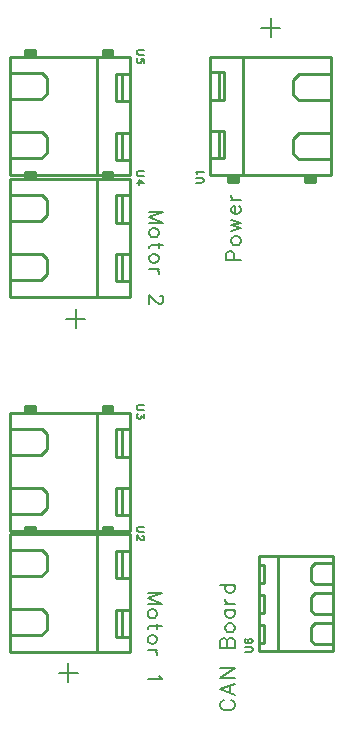
<source format=gto>
G04 Layer: TopSilkscreenLayer*
G04 EasyEDA Pro v2.2.27.1, 2024-09-10 16:22:17*
G04 Gerber Generator version 0.3*
G04 Scale: 100 percent, Rotated: No, Reflected: No*
G04 Dimensions in millimeters*
G04 Leading zeros omitted, absolute positions, 3 integers and 5 decimals*
%FSLAX35Y35*%
%MOMM*%
%ADD10C,0.203*%
%ADD11C,0.1524*%
%ADD12C,0.254*%
G75*


G04 Text Start*
G54D10*
G01X1660652Y4033520D02*
G01X1649222Y4027932D01*
G01X1637538Y4016248D01*
G01X1631696Y4004818D01*
G01X1631696Y3981704D01*
G01X1637538Y3970274D01*
G01X1649222Y3958590D01*
G01X1660652Y3953002D01*
G01X1677924Y3947160D01*
G01X1706880Y3947160D01*
G01X1724152Y3953002D01*
G01X1735582Y3958590D01*
G01X1747012Y3970274D01*
G01X1752854Y3981704D01*
G01X1752854Y4004818D01*
G01X1747012Y4016248D01*
G01X1735582Y4027932D01*
G01X1724152Y4033520D01*
G01X1631696Y4127500D02*
G01X1752854Y4081526D01*
G01X1631696Y4127500D02*
G01X1752854Y4173728D01*
G01X1712468Y4098798D02*
G01X1712468Y4156456D01*
G01X1631696Y4221734D02*
G01X1752854Y4221734D01*
G01X1631696Y4221734D02*
G01X1752854Y4302506D01*
G01X1631696Y4302506D02*
G01X1752854Y4302506D01*
G01X1631696Y4479544D02*
G01X1752854Y4479544D01*
G01X1631696Y4479544D02*
G01X1631696Y4531614D01*
G01X1637538Y4548886D01*
G01X1643380Y4554474D01*
G01X1654810Y4560316D01*
G01X1666494Y4560316D01*
G01X1677924Y4554474D01*
G01X1683766Y4548886D01*
G01X1689354Y4531614D01*
G01X1689354Y4479544D02*
G01X1689354Y4531614D01*
G01X1695196Y4548886D01*
G01X1701038Y4554474D01*
G01X1712468Y4560316D01*
G01X1729740Y4560316D01*
G01X1741424Y4554474D01*
G01X1747012Y4548886D01*
G01X1752854Y4531614D01*
G01X1752854Y4479544D01*
G01X1672082Y4637024D02*
G01X1677924Y4625594D01*
G01X1689354Y4614164D01*
G01X1706880Y4608322D01*
G01X1718310Y4608322D01*
G01X1735582Y4614164D01*
G01X1747012Y4625594D01*
G01X1752854Y4637024D01*
G01X1752854Y4654296D01*
G01X1747012Y4665980D01*
G01X1735582Y4677410D01*
G01X1718310Y4683252D01*
G01X1706880Y4683252D01*
G01X1689354Y4677410D01*
G01X1677924Y4665980D01*
G01X1672082Y4654296D01*
G01X1672082Y4637024D01*
G01X1672082Y4800346D02*
G01X1752854Y4800346D01*
G01X1689354Y4800346D02*
G01X1677924Y4788916D01*
G01X1672082Y4777232D01*
G01X1672082Y4759960D01*
G01X1677924Y4748530D01*
G01X1689354Y4737100D01*
G01X1706880Y4731258D01*
G01X1718310Y4731258D01*
G01X1735582Y4737100D01*
G01X1747012Y4748530D01*
G01X1752854Y4759960D01*
G01X1752854Y4777232D01*
G01X1747012Y4788916D01*
G01X1735582Y4800346D01*
G01X1672082Y4848352D02*
G01X1752854Y4848352D01*
G01X1706880Y4848352D02*
G01X1689354Y4854194D01*
G01X1677924Y4865624D01*
G01X1672082Y4877054D01*
G01X1672082Y4894326D01*
G01X1631696Y5011420D02*
G01X1752854Y5011420D01*
G01X1689354Y5011420D02*
G01X1677924Y4999990D01*
G01X1672082Y4988306D01*
G01X1672082Y4971034D01*
G01X1677924Y4959604D01*
G01X1689354Y4948174D01*
G01X1706880Y4942332D01*
G01X1718310Y4942332D01*
G01X1735582Y4948174D01*
G01X1747012Y4959604D01*
G01X1752854Y4971034D01*
G01X1752854Y4988306D01*
G01X1747012Y4999990D01*
G01X1735582Y5011420D01*
G01X1136904Y4942840D02*
G01X1015746Y4942840D01*
G01X1136904Y4942840D02*
G01X1015746Y4896612D01*
G01X1136904Y4850638D02*
G01X1015746Y4896612D01*
G01X1136904Y4850638D02*
G01X1015746Y4850638D01*
G01X1096518Y4773930D02*
G01X1090676Y4785360D01*
G01X1079246Y4796790D01*
G01X1061720Y4802632D01*
G01X1050290Y4802632D01*
G01X1033018Y4796790D01*
G01X1021588Y4785360D01*
G01X1015746Y4773930D01*
G01X1015746Y4756658D01*
G01X1021588Y4744974D01*
G01X1033018Y4733544D01*
G01X1050290Y4727702D01*
G01X1061720Y4727702D01*
G01X1079246Y4733544D01*
G01X1090676Y4744974D01*
G01X1096518Y4756658D01*
G01X1096518Y4773930D01*
G01X1136904Y4662424D02*
G01X1038860Y4662424D01*
G01X1021588Y4656582D01*
G01X1015746Y4645152D01*
G01X1015746Y4633722D01*
G01X1096518Y4679696D02*
G01X1096518Y4639310D01*
G01X1096518Y4557014D02*
G01X1090676Y4568444D01*
G01X1079246Y4579874D01*
G01X1061720Y4585716D01*
G01X1050290Y4585716D01*
G01X1033018Y4579874D01*
G01X1021588Y4568444D01*
G01X1015746Y4557014D01*
G01X1015746Y4539742D01*
G01X1021588Y4528058D01*
G01X1033018Y4516628D01*
G01X1050290Y4510786D01*
G01X1061720Y4510786D01*
G01X1079246Y4516628D01*
G01X1090676Y4528058D01*
G01X1096518Y4539742D01*
G01X1096518Y4557014D01*
G01X1096518Y4462780D02*
G01X1015746Y4462780D01*
G01X1061720Y4462780D02*
G01X1079246Y4456938D01*
G01X1090676Y4445508D01*
G01X1096518Y4434078D01*
G01X1096518Y4416806D01*
G01X1113790Y4239768D02*
G01X1119378Y4228084D01*
G01X1136904Y4210812D01*
G01X1015746Y4210812D01*
G01X1149604Y8168640D02*
G01X1028446Y8168640D01*
G01X1149604Y8168640D02*
G01X1028446Y8122412D01*
G01X1149604Y8076438D02*
G01X1028446Y8122412D01*
G01X1149604Y8076438D02*
G01X1028446Y8076438D01*
G01X1109218Y7999730D02*
G01X1103376Y8011160D01*
G01X1091946Y8022590D01*
G01X1074420Y8028432D01*
G01X1062990Y8028432D01*
G01X1045718Y8022590D01*
G01X1034288Y8011160D01*
G01X1028446Y7999730D01*
G01X1028446Y7982458D01*
G01X1034288Y7970774D01*
G01X1045718Y7959344D01*
G01X1062990Y7953502D01*
G01X1074420Y7953502D01*
G01X1091946Y7959344D01*
G01X1103376Y7970774D01*
G01X1109218Y7982458D01*
G01X1109218Y7999730D01*
G01X1149604Y7888224D02*
G01X1051560Y7888224D01*
G01X1034288Y7882382D01*
G01X1028446Y7870952D01*
G01X1028446Y7859522D01*
G01X1109218Y7905496D02*
G01X1109218Y7865110D01*
G01X1109218Y7782814D02*
G01X1103376Y7794244D01*
G01X1091946Y7805674D01*
G01X1074420Y7811516D01*
G01X1062990Y7811516D01*
G01X1045718Y7805674D01*
G01X1034288Y7794244D01*
G01X1028446Y7782814D01*
G01X1028446Y7765542D01*
G01X1034288Y7753858D01*
G01X1045718Y7742428D01*
G01X1062990Y7736586D01*
G01X1074420Y7736586D01*
G01X1091946Y7742428D01*
G01X1103376Y7753858D01*
G01X1109218Y7765542D01*
G01X1109218Y7782814D01*
G01X1109218Y7688580D02*
G01X1028446Y7688580D01*
G01X1074420Y7688580D02*
G01X1091946Y7682738D01*
G01X1103376Y7671308D01*
G01X1109218Y7659878D01*
G01X1109218Y7642606D01*
G01X1120648Y7459726D02*
G01X1126490Y7459726D01*
G01X1137920Y7453884D01*
G01X1143762Y7448296D01*
G01X1149604Y7436612D01*
G01X1149604Y7413498D01*
G01X1143762Y7402068D01*
G01X1137920Y7396226D01*
G01X1126490Y7390638D01*
G01X1114806Y7390638D01*
G01X1103376Y7396226D01*
G01X1086104Y7407910D01*
G01X1028446Y7465568D01*
G01X1028446Y7384796D01*
G01X1682496Y7757160D02*
G01X1803654Y7757160D01*
G01X1682496Y7757160D02*
G01X1682496Y7808976D01*
G01X1688338Y7826248D01*
G01X1694180Y7832090D01*
G01X1705610Y7837932D01*
G01X1722882Y7837932D01*
G01X1734566Y7832090D01*
G01X1740154Y7826248D01*
G01X1745996Y7808976D01*
G01X1745996Y7757160D01*
G01X1722882Y7914640D02*
G01X1728724Y7903210D01*
G01X1740154Y7891780D01*
G01X1757680Y7885938D01*
G01X1769110Y7885938D01*
G01X1786382Y7891780D01*
G01X1797812Y7903210D01*
G01X1803654Y7914640D01*
G01X1803654Y7931912D01*
G01X1797812Y7943596D01*
G01X1786382Y7955026D01*
G01X1769110Y7960868D01*
G01X1757680Y7960868D01*
G01X1740154Y7955026D01*
G01X1728724Y7943596D01*
G01X1722882Y7931912D01*
G01X1722882Y7914640D01*
G01X1722882Y8008874D02*
G01X1803654Y8031988D01*
G01X1722882Y8054848D02*
G01X1803654Y8031988D01*
G01X1722882Y8054848D02*
G01X1803654Y8077962D01*
G01X1722882Y8101076D02*
G01X1803654Y8077962D01*
G01X1757680Y8149082D02*
G01X1757680Y8218170D01*
G01X1745996Y8218170D01*
G01X1734566Y8212582D01*
G01X1728724Y8206740D01*
G01X1722882Y8195056D01*
G01X1722882Y8177784D01*
G01X1728724Y8166354D01*
G01X1740154Y8154924D01*
G01X1757680Y8149082D01*
G01X1769110Y8149082D01*
G01X1786382Y8154924D01*
G01X1797812Y8166354D01*
G01X1803654Y8177784D01*
G01X1803654Y8195056D01*
G01X1797812Y8206740D01*
G01X1786382Y8218170D01*
G01X1722882Y8266176D02*
G01X1803654Y8266176D01*
G01X1757680Y8266176D02*
G01X1740154Y8272018D01*
G01X1728724Y8283448D01*
G01X1722882Y8294878D01*
G01X1722882Y8312150D01*
G01X2058670Y9808210D02*
G01X2058670Y9648190D01*
G01X1978660Y9728200D02*
G01X2138680Y9728200D01*
G01X407670Y7344410D02*
G01X407670Y7184390D01*
G01X327660Y7264400D02*
G01X487680Y7264400D01*
G01X344170Y4347210D02*
G01X344170Y4187190D01*
G01X264160Y4267200D02*
G01X424180Y4267200D01*
G54D11*
G01X1425064Y8415007D02*
G01X1471546Y8415007D01*
G01X1480690Y8418055D01*
G01X1487040Y8424405D01*
G01X1490088Y8433549D01*
G01X1490088Y8439899D01*
G01X1487040Y8449043D01*
G01X1480690Y8455139D01*
G01X1471546Y8458441D01*
G01X1425064Y8458441D01*
G01X1437510Y8488667D02*
G01X1434208Y8494763D01*
G01X1425064Y8503907D01*
G01X1490088Y8503907D01*
G01X987936Y5504193D02*
G01X941454Y5504193D01*
G01X932310Y5501145D01*
G01X925960Y5494795D01*
G01X922912Y5485651D01*
G01X922912Y5479301D01*
G01X925960Y5470157D01*
G01X932310Y5464061D01*
G01X941454Y5460759D01*
G01X987936Y5460759D01*
G01X972442Y5427485D02*
G01X975490Y5427485D01*
G01X981840Y5424437D01*
G01X984888Y5421389D01*
G01X987936Y5415293D01*
G01X987936Y5402847D01*
G01X984888Y5396497D01*
G01X981840Y5393449D01*
G01X975490Y5390401D01*
G01X969394Y5390401D01*
G01X963298Y5393449D01*
G01X953900Y5399799D01*
G01X922912Y5430533D01*
G01X922912Y5387353D01*
G01X987936Y6532893D02*
G01X941454Y6532893D01*
G01X932310Y6529845D01*
G01X925960Y6523495D01*
G01X922912Y6514351D01*
G01X922912Y6508001D01*
G01X925960Y6498857D01*
G01X932310Y6492761D01*
G01X941454Y6489459D01*
G01X987936Y6489459D01*
G01X987936Y6453137D02*
G01X987936Y6419101D01*
G01X963298Y6437643D01*
G01X963298Y6428499D01*
G01X960250Y6422149D01*
G01X956948Y6419101D01*
G01X947804Y6416053D01*
G01X941454Y6416053D01*
G01X932310Y6419101D01*
G01X925960Y6425197D01*
G01X922912Y6434595D01*
G01X922912Y6443993D01*
G01X925960Y6453137D01*
G01X929262Y6456185D01*
G01X935358Y6459233D01*
G01X987936Y8514093D02*
G01X941454Y8514093D01*
G01X932310Y8511045D01*
G01X925960Y8504695D01*
G01X922912Y8495551D01*
G01X922912Y8489201D01*
G01X925960Y8480057D01*
G01X932310Y8473961D01*
G01X941454Y8470659D01*
G01X987936Y8470659D01*
G01X987936Y8409699D02*
G01X944756Y8440433D01*
G01X944756Y8394205D01*
G01X987936Y8409699D02*
G01X922912Y8409699D01*
G01X987936Y9542793D02*
G01X941454Y9542793D01*
G01X932310Y9539745D01*
G01X925960Y9533395D01*
G01X922912Y9524251D01*
G01X922912Y9517901D01*
G01X925960Y9508757D01*
G01X932310Y9502661D01*
G01X941454Y9499359D01*
G01X987936Y9499359D01*
G01X987936Y9432049D02*
G01X987936Y9463037D01*
G01X960250Y9466085D01*
G01X963298Y9463037D01*
G01X966346Y9453893D01*
G01X966346Y9444495D01*
G01X963298Y9435097D01*
G01X956948Y9429001D01*
G01X947804Y9425953D01*
G01X941454Y9425953D01*
G01X932310Y9429001D01*
G01X925960Y9435097D01*
G01X922912Y9444495D01*
G01X922912Y9453893D01*
G01X925960Y9463037D01*
G01X929262Y9466085D01*
G01X935358Y9469133D01*
G01X1839666Y4441320D02*
G01X1886148Y4441320D01*
G01X1895292Y4444368D01*
G01X1901642Y4450718D01*
G01X1904690Y4459862D01*
G01X1904690Y4466212D01*
G01X1901642Y4475356D01*
G01X1895292Y4481452D01*
G01X1886148Y4484754D01*
G01X1839666Y4484754D01*
G01X1848810Y4552064D02*
G01X1842714Y4549016D01*
G01X1839666Y4539618D01*
G01X1839666Y4533522D01*
G01X1842714Y4524124D01*
G01X1852112Y4518028D01*
G01X1867352Y4514980D01*
G01X1882846Y4514980D01*
G01X1895292Y4518028D01*
G01X1901642Y4524124D01*
G01X1904690Y4533522D01*
G01X1904690Y4536570D01*
G01X1901642Y4545714D01*
G01X1895292Y4552064D01*
G01X1886148Y4555112D01*
G01X1882846Y4555112D01*
G01X1873702Y4552064D01*
G01X1867352Y4545714D01*
G01X1864304Y4536570D01*
G01X1864304Y4533522D01*
G01X1867352Y4524124D01*
G01X1873702Y4518028D01*
G01X1882846Y4514980D01*
G04 Text End*

G04 PolygonModel Start*
G54D12*
G01X2564646Y9113898D02*
G01X2294639Y9113898D01*
G01X2294639Y9113898D02*
G01X2249681Y9158856D01*
G01X2249681Y9158856D02*
G01X2249681Y9288904D01*
G01X2249681Y9288904D02*
G01X2297181Y9336400D01*
G01X2297181Y9336400D02*
G01X2564646Y9336400D01*
G01X2564638Y8613889D02*
G01X2294636Y8613889D01*
G01X2294636Y8613889D02*
G01X2249678Y8658847D01*
G01X2249678Y8658847D02*
G01X2249678Y8788895D01*
G01X2249678Y8788895D02*
G01X2297176Y8836393D01*
G01X2297176Y8836393D02*
G01X2564638Y8836393D01*
G01X1695773Y8478888D02*
G01X1695773Y8420087D01*
G01X1695773Y8420087D02*
G01X1778000Y8420087D01*
G01X1778000Y8420087D02*
G01X1778000Y8478888D01*
G01X2350125Y8478888D02*
G01X2350125Y8420087D01*
G01X2350125Y8420087D02*
G01X2432352Y8420087D01*
G01X2432352Y8420087D02*
G01X2432352Y8478888D01*
G01X1544701Y8478888D02*
G01X1544701Y9478886D01*
G01X1616923Y9118765D02*
G01X1616923Y9349727D01*
G01X1544698Y9118765D02*
G01X1663700Y9118765D01*
G01X1663700Y9118765D02*
G01X1663700Y9349727D01*
G01X1663700Y9349727D02*
G01X1544698Y9349727D01*
G01X1616926Y8620928D02*
G01X1616926Y8851887D01*
G01X1544701Y8620928D02*
G01X1663700Y8620928D01*
G01X1663700Y8620928D02*
G01X1663700Y8851887D01*
G01X1663700Y8851887D02*
G01X1544701Y8851887D01*
G01X1823331Y8478888D02*
G01X1823331Y9478886D01*
G01X2564702Y8478888D02*
G01X2564702Y9478886D01*
G01X1544701Y9478886D02*
G01X2564702Y9478886D01*
G01X1544701Y8478888D02*
G01X2564702Y8478888D01*
G36*
G01X1695773Y8420087D02*
G01X1790687Y8420087D01*
G01X1790700Y8420100D01*
G01X1778013Y8420100D01*
G01X1778000Y8420087D01*
G01X1695773Y8420087D01*
G37*
G36*
G01X1695773Y8420087D02*
G01X1778000Y8420087D01*
G01X1778000Y8478888D01*
G01X1694701Y8478901D01*
G01X1695773Y8420087D01*
G37*
G36*
G01X2349124Y8419493D02*
G01X2431349Y8419493D01*
G01X2431349Y8478294D01*
G01X2348050Y8478307D01*
G01X2349124Y8419493D01*
G37*
G01X-151646Y4805302D02*
G01X118361Y4805302D01*
G01X118361Y4805302D02*
G01X163319Y4760344D01*
G01X163319Y4760344D02*
G01X163319Y4630296D01*
G01X163319Y4630296D02*
G01X115819Y4582800D01*
G01X115819Y4582800D02*
G01X-151646Y4582800D01*
G01X-151638Y5305311D02*
G01X118364Y5305311D01*
G01X118364Y5305311D02*
G01X163322Y5260353D01*
G01X163322Y5260353D02*
G01X163322Y5130305D01*
G01X163322Y5130305D02*
G01X115824Y5082807D01*
G01X115824Y5082807D02*
G01X-151638Y5082807D01*
G01X717227Y5440312D02*
G01X717227Y5499113D01*
G01X717227Y5499113D02*
G01X635000Y5499113D01*
G01X635000Y5499113D02*
G01X635000Y5440312D01*
G01X62875Y5440312D02*
G01X62875Y5499113D01*
G01X62875Y5499113D02*
G01X-19352Y5499113D01*
G01X-19352Y5499113D02*
G01X-19352Y5440312D01*
G01X868299Y5440312D02*
G01X868299Y4440314D01*
G01X796077Y4800435D02*
G01X796077Y4569473D01*
G01X868302Y4800435D02*
G01X749300Y4800435D01*
G01X749300Y4800435D02*
G01X749300Y4569473D01*
G01X749300Y4569473D02*
G01X868302Y4569473D01*
G01X796074Y5298272D02*
G01X796074Y5067313D01*
G01X868299Y5298272D02*
G01X749300Y5298272D01*
G01X749300Y5298272D02*
G01X749300Y5067313D01*
G01X749300Y5067313D02*
G01X868299Y5067313D01*
G01X589669Y5440312D02*
G01X589669Y4440314D01*
G01X-151701Y5440312D02*
G01X-151701Y4440314D01*
G01X868299Y4440314D02*
G01X-151701Y4440314D01*
G01X868299Y5440312D02*
G01X-151701Y5440312D01*
G36*
G01X717227Y5499113D02*
G01X622313Y5499113D01*
G01X622300Y5499100D01*
G01X634987Y5499100D01*
G01X635000Y5499113D01*
G01X717227Y5499113D01*
G37*
G36*
G01X717227Y5499113D02*
G01X635000Y5499113D01*
G01X635000Y5440312D01*
G01X718299Y5440299D01*
G01X717227Y5499113D01*
G37*
G36*
G01X63876Y5499707D02*
G01X-18349Y5499707D01*
G01X-18349Y5440906D01*
G01X64950Y5440893D01*
G01X63876Y5499707D01*
G37*
G01X-151646Y5834002D02*
G01X118361Y5834002D01*
G01X118361Y5834002D02*
G01X163319Y5789044D01*
G01X163319Y5789044D02*
G01X163319Y5658996D01*
G01X163319Y5658996D02*
G01X115819Y5611500D01*
G01X115819Y5611500D02*
G01X-151646Y5611500D01*
G01X-151638Y6334011D02*
G01X118364Y6334011D01*
G01X118364Y6334011D02*
G01X163322Y6289053D01*
G01X163322Y6289053D02*
G01X163322Y6159005D01*
G01X163322Y6159005D02*
G01X115824Y6111507D01*
G01X115824Y6111507D02*
G01X-151638Y6111507D01*
G01X717227Y6469012D02*
G01X717227Y6527813D01*
G01X717227Y6527813D02*
G01X635000Y6527813D01*
G01X635000Y6527813D02*
G01X635000Y6469012D01*
G01X62875Y6469012D02*
G01X62875Y6527813D01*
G01X62875Y6527813D02*
G01X-19352Y6527813D01*
G01X-19352Y6527813D02*
G01X-19352Y6469012D01*
G01X868299Y6469012D02*
G01X868299Y5469014D01*
G01X796077Y5829135D02*
G01X796077Y5598173D01*
G01X868302Y5829135D02*
G01X749300Y5829135D01*
G01X749300Y5829135D02*
G01X749300Y5598173D01*
G01X749300Y5598173D02*
G01X868302Y5598173D01*
G01X796074Y6326972D02*
G01X796074Y6096013D01*
G01X868299Y6326972D02*
G01X749300Y6326972D01*
G01X749300Y6326972D02*
G01X749300Y6096013D01*
G01X749300Y6096013D02*
G01X868299Y6096013D01*
G01X589669Y6469012D02*
G01X589669Y5469014D01*
G01X-151701Y6469012D02*
G01X-151701Y5469014D01*
G01X868299Y5469014D02*
G01X-151701Y5469014D01*
G01X868299Y6469012D02*
G01X-151701Y6469012D01*
G36*
G01X717227Y6527813D02*
G01X622313Y6527813D01*
G01X622300Y6527800D01*
G01X634987Y6527800D01*
G01X635000Y6527813D01*
G01X717227Y6527813D01*
G37*
G36*
G01X717227Y6527813D02*
G01X635000Y6527813D01*
G01X635000Y6469012D01*
G01X718299Y6468999D01*
G01X717227Y6527813D01*
G37*
G36*
G01X63876Y6528407D02*
G01X-18349Y6528407D01*
G01X-18349Y6469606D01*
G01X64950Y6469593D01*
G01X63876Y6528407D01*
G37*
G01X-151646Y7815202D02*
G01X118361Y7815202D01*
G01X118361Y7815202D02*
G01X163319Y7770244D01*
G01X163319Y7770244D02*
G01X163319Y7640196D01*
G01X163319Y7640196D02*
G01X115819Y7592700D01*
G01X115819Y7592700D02*
G01X-151646Y7592700D01*
G01X-151638Y8315211D02*
G01X118364Y8315211D01*
G01X118364Y8315211D02*
G01X163322Y8270253D01*
G01X163322Y8270253D02*
G01X163322Y8140205D01*
G01X163322Y8140205D02*
G01X115824Y8092707D01*
G01X115824Y8092707D02*
G01X-151638Y8092707D01*
G01X717227Y8450212D02*
G01X717227Y8509013D01*
G01X717227Y8509013D02*
G01X635000Y8509013D01*
G01X635000Y8509013D02*
G01X635000Y8450212D01*
G01X62875Y8450212D02*
G01X62875Y8509013D01*
G01X62875Y8509013D02*
G01X-19352Y8509013D01*
G01X-19352Y8509013D02*
G01X-19352Y8450212D01*
G01X868299Y8450212D02*
G01X868299Y7450214D01*
G01X796077Y7810335D02*
G01X796077Y7579373D01*
G01X868302Y7810335D02*
G01X749300Y7810335D01*
G01X749300Y7810335D02*
G01X749300Y7579373D01*
G01X749300Y7579373D02*
G01X868302Y7579373D01*
G01X796074Y8308172D02*
G01X796074Y8077213D01*
G01X868299Y8308172D02*
G01X749300Y8308172D01*
G01X749300Y8308172D02*
G01X749300Y8077213D01*
G01X749300Y8077213D02*
G01X868299Y8077213D01*
G01X589669Y8450212D02*
G01X589669Y7450214D01*
G01X-151701Y8450212D02*
G01X-151701Y7450214D01*
G01X868299Y7450214D02*
G01X-151701Y7450214D01*
G01X868299Y8450212D02*
G01X-151701Y8450212D01*
G36*
G01X717227Y8509013D02*
G01X622313Y8509013D01*
G01X622300Y8509000D01*
G01X634987Y8509000D01*
G01X635000Y8509013D01*
G01X717227Y8509013D01*
G37*
G36*
G01X717227Y8509013D02*
G01X635000Y8509013D01*
G01X635000Y8450212D01*
G01X718299Y8450199D01*
G01X717227Y8509013D01*
G37*
G36*
G01X63876Y8509607D02*
G01X-18349Y8509607D01*
G01X-18349Y8450806D01*
G01X64950Y8450793D01*
G01X63876Y8509607D01*
G37*
G01X-151646Y8843902D02*
G01X118361Y8843902D01*
G01X118361Y8843902D02*
G01X163319Y8798944D01*
G01X163319Y8798944D02*
G01X163319Y8668896D01*
G01X163319Y8668896D02*
G01X115819Y8621400D01*
G01X115819Y8621400D02*
G01X-151646Y8621400D01*
G01X-151638Y9343911D02*
G01X118364Y9343911D01*
G01X118364Y9343911D02*
G01X163322Y9298953D01*
G01X163322Y9298953D02*
G01X163322Y9168905D01*
G01X163322Y9168905D02*
G01X115824Y9121407D01*
G01X115824Y9121407D02*
G01X-151638Y9121407D01*
G01X717227Y9478912D02*
G01X717227Y9537713D01*
G01X717227Y9537713D02*
G01X635000Y9537713D01*
G01X635000Y9537713D02*
G01X635000Y9478912D01*
G01X62875Y9478912D02*
G01X62875Y9537713D01*
G01X62875Y9537713D02*
G01X-19352Y9537713D01*
G01X-19352Y9537713D02*
G01X-19352Y9478912D01*
G01X868299Y9478912D02*
G01X868299Y8478914D01*
G01X796077Y8839035D02*
G01X796077Y8608073D01*
G01X868302Y8839035D02*
G01X749300Y8839035D01*
G01X749300Y8839035D02*
G01X749300Y8608073D01*
G01X749300Y8608073D02*
G01X868302Y8608073D01*
G01X796074Y9336872D02*
G01X796074Y9105913D01*
G01X868299Y9336872D02*
G01X749300Y9336872D01*
G01X749300Y9336872D02*
G01X749300Y9105913D01*
G01X749300Y9105913D02*
G01X868299Y9105913D01*
G01X589669Y9478912D02*
G01X589669Y8478914D01*
G01X-151701Y9478912D02*
G01X-151701Y8478914D01*
G01X868299Y8478914D02*
G01X-151701Y8478914D01*
G01X868299Y9478912D02*
G01X-151701Y9478912D01*
G36*
G01X717227Y9537713D02*
G01X622313Y9537713D01*
G01X622300Y9537700D01*
G01X634987Y9537700D01*
G01X635000Y9537713D01*
G01X717227Y9537713D01*
G37*
G36*
G01X717227Y9537713D02*
G01X635000Y9537713D01*
G01X635000Y9478912D01*
G01X718299Y9478899D01*
G01X717227Y9537713D01*
G37*
G36*
G01X63876Y9538307D02*
G01X-18349Y9538307D01*
G01X-18349Y9479506D01*
G01X64950Y9479493D01*
G01X63876Y9538307D01*
G37*
G01X2587244Y5013683D02*
G01X2436622Y5013683D01*
G01X2436622Y5013683D02*
G01X2403348Y5046957D01*
G01X2403348Y5046957D02*
G01X2403348Y5163035D01*
G01X2403348Y5163035D02*
G01X2437384Y5197071D01*
G01X2437384Y5197071D02*
G01X2587244Y5197071D01*
G01X2587244Y4759683D02*
G01X2436622Y4759683D01*
G01X2436622Y4759683D02*
G01X2403348Y4792957D01*
G01X2403348Y4792957D02*
G01X2403348Y4909035D01*
G01X2403348Y4909035D02*
G01X2437384Y4943071D01*
G01X2437384Y4943071D02*
G01X2587244Y4943071D01*
G01X2587244Y4505683D02*
G01X2436622Y4505683D01*
G01X2436622Y4505683D02*
G01X2403348Y4538957D01*
G01X2403348Y4538957D02*
G01X2403348Y4655035D01*
G01X2403348Y4655035D02*
G01X2437384Y4689071D01*
G01X2437384Y4689071D02*
G01X2587244Y4689071D01*
G01X1959356Y4520184D02*
G01X2003298Y4520184D01*
G01X2003298Y4520184D02*
G01X2003298Y4674616D01*
G01X2003298Y4674616D02*
G01X1959356Y4674616D01*
G01X2120837Y4446400D02*
G01X2120837Y5256400D01*
G01X1959356Y5027930D02*
G01X2003298Y5027930D01*
G01X2003298Y5027930D02*
G01X2003298Y5182362D01*
G01X2003298Y5182362D02*
G01X1959356Y5182362D01*
G01X1959356Y4773930D02*
G01X2003298Y4773930D01*
G01X2003298Y4773930D02*
G01X2003298Y4928362D01*
G01X2003298Y4928362D02*
G01X1959356Y4928362D01*
G01X2587300Y4446400D02*
G01X2587300Y5256400D01*
G01X1959300Y4446400D02*
G01X1959300Y5256400D01*
G01X1959300Y4446400D02*
G01X2587300Y4446400D01*
G01X1959300Y5256400D02*
G01X2587300Y5256400D01*

M02*


</source>
